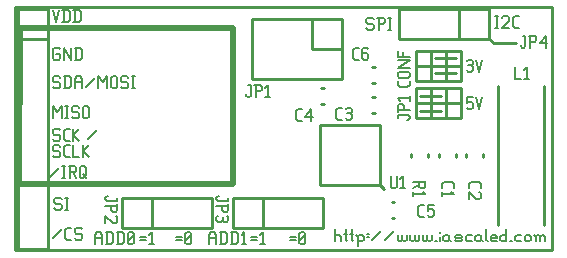
<source format=gbr>
G04 start of page 8 for group -4079 idx -4079 *
G04 Title: (unknown), topsilk *
G04 Creator: pcb 20110918 *
G04 CreationDate: Sun 25 Aug 2013 09:43:08 PM GMT UTC *
G04 For: ndholmes *
G04 Format: Gerber/RS-274X *
G04 PCB-Dimensions: 180000 82000 *
G04 PCB-Coordinate-Origin: lower left *
%MOIN*%
%FSLAX25Y25*%
%LNTOPSILK*%
%ADD55C,0.0200*%
%ADD54C,0.0080*%
%ADD53C,0.0100*%
G54D53*X158500Y71000D02*X160000Y69500D01*
X167500D01*
X500Y81500D02*Y500D01*
X179500D01*
Y81500D01*
X500D01*
G54D54*X119500Y78000D02*X120000Y77500D01*
X118000Y78000D02*X119500D01*
X117500Y77500D02*X118000Y78000D01*
X117500Y77500D02*Y76500D01*
X118000Y76000D01*
X119500D01*
X120000Y75500D01*
Y74500D01*
X119500Y74000D02*X120000Y74500D01*
X118000Y74000D02*X119500D01*
X117500Y74500D02*X118000Y74000D01*
X121700Y78000D02*Y74000D01*
X121200Y78000D02*X123200D01*
X123700Y77500D01*
Y76500D01*
X123200Y76000D02*X123700Y76500D01*
X121700Y76000D02*X123200D01*
X124900Y78000D02*X125900D01*
X125400D02*Y74000D01*
X124900D02*X125900D01*
X128000Y45500D02*Y44700D01*
Y45500D02*X131500D01*
X132000Y45000D02*X131500Y45500D01*
X132000Y45000D02*Y44500D01*
X131500Y44000D02*X132000Y44500D01*
X131000Y44000D02*X131500D01*
X128000Y47200D02*X132000D01*
X128000Y48700D02*Y46700D01*
Y48700D02*X128500Y49200D01*
X129500D01*
X130000Y48700D02*X129500Y49200D01*
X130000Y48700D02*Y47200D01*
X128800Y50400D02*X128000Y51200D01*
X132000D01*
Y51900D02*Y50400D01*
Y56900D02*Y55600D01*
X131300Y54900D02*X132000Y55600D01*
X128700Y54900D02*X131300D01*
X128700D02*X128000Y55600D01*
Y56900D02*Y55600D01*
X128500Y58100D02*X131500D01*
X128500D02*X128000Y58600D01*
Y59600D02*Y58600D01*
Y59600D02*X128500Y60100D01*
X131500D01*
X132000Y59600D02*X131500Y60100D01*
X132000Y59600D02*Y58600D01*
X131500Y58100D02*X132000Y58600D01*
X128000Y61300D02*X132000D01*
X128000D02*X132000Y63800D01*
X128000D02*X132000D01*
X128000Y65000D02*X132000D01*
X128000Y67000D02*Y65000D01*
X129800Y66500D02*Y65000D01*
X160500Y78500D02*X161500D01*
X161000D02*Y74500D01*
X160500D02*X161500D01*
X162700Y78000D02*X163200Y78500D01*
X164700D01*
X165200Y78000D01*
Y77000D01*
X162700Y74500D02*X165200Y77000D01*
X162700Y74500D02*X165200D01*
X167100D02*X168400D01*
X166400Y75200D02*X167100Y74500D01*
X166400Y77800D02*Y75200D01*
Y77800D02*X167100Y78500D01*
X168400D01*
X151000Y63500D02*X151500Y64000D01*
X152500D01*
X153000Y63500D01*
X152500Y60000D02*X153000Y60500D01*
X151500Y60000D02*X152500D01*
X151000Y60500D02*X151500Y60000D01*
Y62200D02*X152500D01*
X153000Y63500D02*Y62700D01*
Y61700D02*Y60500D01*
Y61700D02*X152500Y62200D01*
X153000Y62700D02*X152500Y62200D01*
X154200Y64000D02*X155200Y60000D01*
X156200Y64000D01*
X151000Y51500D02*X153000D01*
X151000D02*Y49500D01*
X151500Y50000D01*
X152500D01*
X153000Y49500D01*
Y48000D01*
X152500Y47500D02*X153000Y48000D01*
X151500Y47500D02*X152500D01*
X151000Y48000D02*X151500Y47500D01*
X154200Y51500D02*X155200Y47500D01*
X156200Y51500D01*
X54000Y5000D02*X56000D01*
X54000Y4000D02*X56000D01*
X57200Y3000D02*X57700Y2500D01*
X57200Y6000D02*Y3000D01*
Y6000D02*X57700Y6500D01*
X58700D01*
X59200Y6000D01*
Y3000D01*
X58700Y2500D02*X59200Y3000D01*
X57700Y2500D02*X58700D01*
X57200Y3500D02*X59200Y5500D01*
X79000Y5000D02*X81000D01*
X79000Y4000D02*X81000D01*
X82200Y5700D02*X83000Y6500D01*
Y2500D01*
X82200D02*X83700D01*
X92000Y5000D02*X94000D01*
X92000Y4000D02*X94000D01*
X95200Y3000D02*X95700Y2500D01*
X95200Y6000D02*Y3000D01*
Y6000D02*X95700Y6500D01*
X96700D01*
X97200Y6000D01*
Y3000D01*
X96700Y2500D02*X97200Y3000D01*
X95700Y2500D02*X96700D01*
X95200Y3500D02*X97200Y5500D01*
X65000D02*Y2500D01*
Y5500D02*X65700Y6500D01*
X66800D01*
X67500Y5500D01*
Y2500D01*
X65000Y4500D02*X67500D01*
X69200Y6500D02*Y2500D01*
X70500Y6500D02*X71200Y5800D01*
Y3200D01*
X70500Y2500D02*X71200Y3200D01*
X68700Y2500D02*X70500D01*
X68700Y6500D02*X70500D01*
X72900D02*Y2500D01*
X74200Y6500D02*X74900Y5800D01*
Y3200D01*
X74200Y2500D02*X74900Y3200D01*
X72400Y2500D02*X74200D01*
X72400Y6500D02*X74200D01*
X76100Y5700D02*X76900Y6500D01*
Y2500D01*
X76100D02*X77600D01*
X107000Y7500D02*Y3500D01*
Y5000D02*X107500Y5500D01*
X108500D01*
X109000Y5000D01*
Y3500D01*
X110700Y7500D02*Y4000D01*
X111200Y3500D01*
X110200Y6000D02*X111200D01*
X112700Y7500D02*Y4000D01*
X113200Y3500D01*
X112200Y6000D02*X113200D01*
X114700Y5000D02*Y2000D01*
X114200Y5500D02*X114700Y5000D01*
X115200Y5500D01*
X116200D01*
X116700Y5000D01*
Y4000D01*
X116200Y3500D02*X116700Y4000D01*
X115200Y3500D02*X116200D01*
X114700Y4000D02*X115200Y3500D01*
X117900Y6000D02*X118400D01*
X117900Y5000D02*X118400D01*
X119600Y4000D02*X122600Y7000D01*
X123800Y4000D02*X126800Y7000D01*
X128000Y5500D02*Y4000D01*
X128500Y3500D01*
X129000D01*
X129500Y4000D01*
Y5500D02*Y4000D01*
X130000Y3500D01*
X130500D01*
X131000Y4000D01*
Y5500D02*Y4000D01*
X132200Y5500D02*Y4000D01*
X132700Y3500D01*
X133200D01*
X133700Y4000D01*
Y5500D02*Y4000D01*
X134200Y3500D01*
X134700D01*
X135200Y4000D01*
Y5500D02*Y4000D01*
X136400Y5500D02*Y4000D01*
X136900Y3500D01*
X137400D01*
X137900Y4000D01*
Y5500D02*Y4000D01*
X138400Y3500D01*
X138900D01*
X139400Y4000D01*
Y5500D02*Y4000D01*
X140600Y3500D02*X141100D01*
X142300Y6500D02*Y6400D01*
Y5000D02*Y3500D01*
X144800Y5500D02*X145300Y5000D01*
X143800Y5500D02*X144800D01*
X143300Y5000D02*X143800Y5500D01*
X143300Y5000D02*Y4000D01*
X143800Y3500D01*
X145300Y5500D02*Y4000D01*
X145800Y3500D01*
X143800D02*X144800D01*
X145300Y4000D01*
X147500Y3500D02*X149000D01*
X149500Y4000D01*
X149000Y4500D02*X149500Y4000D01*
X147500Y4500D02*X149000D01*
X147000Y5000D02*X147500Y4500D01*
X147000Y5000D02*X147500Y5500D01*
X149000D01*
X149500Y5000D01*
X147000Y4000D02*X147500Y3500D01*
X151200Y5500D02*X152700D01*
X150700Y5000D02*X151200Y5500D01*
X150700Y5000D02*Y4000D01*
X151200Y3500D01*
X152700D01*
X155400Y5500D02*X155900Y5000D01*
X154400Y5500D02*X155400D01*
X153900Y5000D02*X154400Y5500D01*
X153900Y5000D02*Y4000D01*
X154400Y3500D01*
X155900Y5500D02*Y4000D01*
X156400Y3500D01*
X154400D02*X155400D01*
X155900Y4000D01*
X157600Y7500D02*Y4000D01*
X158100Y3500D01*
X159600D02*X161100D01*
X159100Y4000D02*X159600Y3500D01*
X159100Y5000D02*Y4000D01*
Y5000D02*X159600Y5500D01*
X160600D01*
X161100Y5000D01*
X159100Y4500D02*X161100D01*
Y5000D02*Y4500D01*
X164300Y7500D02*Y3500D01*
X163800D02*X164300Y4000D01*
X162800Y3500D02*X163800D01*
X162300Y4000D02*X162800Y3500D01*
X162300Y5000D02*Y4000D01*
Y5000D02*X162800Y5500D01*
X163800D01*
X164300Y5000D01*
X165500Y3500D02*X166000D01*
X167700Y5500D02*X169200D01*
X167200Y5000D02*X167700Y5500D01*
X167200Y5000D02*Y4000D01*
X167700Y3500D01*
X169200D01*
X170400Y5000D02*Y4000D01*
Y5000D02*X170900Y5500D01*
X171900D01*
X172400Y5000D01*
Y4000D01*
X171900Y3500D02*X172400Y4000D01*
X170900Y3500D02*X171900D01*
X170400Y4000D02*X170900Y3500D01*
X174100Y5000D02*Y3500D01*
Y5000D02*X174600Y5500D01*
X175100D01*
X175600Y5000D01*
Y3500D01*
Y5000D02*X176100Y5500D01*
X176600D01*
X177100Y5000D01*
Y3500D01*
X173600Y5500D02*X174100Y5000D01*
X13000Y48500D02*Y44500D01*
Y48500D02*X14500Y46500D01*
X16000Y48500D01*
Y44500D01*
X17200Y48500D02*X18200D01*
X17700D02*Y44500D01*
X17200D02*X18200D01*
X21400Y48500D02*X21900Y48000D01*
X19900Y48500D02*X21400D01*
X19400Y48000D02*X19900Y48500D01*
X19400Y48000D02*Y47000D01*
X19900Y46500D01*
X21400D01*
X21900Y46000D01*
Y45000D01*
X21400Y44500D02*X21900Y45000D01*
X19900Y44500D02*X21400D01*
X19400Y45000D02*X19900Y44500D01*
X23100Y48000D02*Y45000D01*
Y48000D02*X23600Y48500D01*
X24600D01*
X25100Y48000D01*
Y45000D01*
X24600Y44500D02*X25100Y45000D01*
X23600Y44500D02*X24600D01*
X23100Y45000D02*X23600Y44500D01*
X15000Y35500D02*X15500Y35000D01*
X13500Y35500D02*X15000D01*
X13000Y35000D02*X13500Y35500D01*
X13000Y35000D02*Y34000D01*
X13500Y33500D01*
X15000D01*
X15500Y33000D01*
Y32000D01*
X15000Y31500D02*X15500Y32000D01*
X13500Y31500D02*X15000D01*
X13000Y32000D02*X13500Y31500D01*
X17400D02*X18700D01*
X16700Y32200D02*X17400Y31500D01*
X16700Y34800D02*Y32200D01*
Y34800D02*X17400Y35500D01*
X18700D01*
X19900D02*Y31500D01*
X21900D01*
X23100Y35500D02*Y31500D01*
Y33500D02*X25100Y35500D01*
X23100Y33500D02*X25100Y31500D01*
X15000Y41000D02*X15500Y40500D01*
X13500Y41000D02*X15000D01*
X13000Y40500D02*X13500Y41000D01*
X13000Y40500D02*Y39500D01*
X13500Y39000D01*
X15000D01*
X15500Y38500D01*
Y37500D01*
X15000Y37000D02*X15500Y37500D01*
X13500Y37000D02*X15000D01*
X13000Y37500D02*X13500Y37000D01*
X17400D02*X18700D01*
X16700Y37700D02*X17400Y37000D01*
X16700Y40300D02*Y37700D01*
Y40300D02*X17400Y41000D01*
X18700D01*
X19900D02*Y37000D01*
Y39000D02*X21900Y41000D01*
X19900Y39000D02*X21900Y37000D01*
X24900Y37500D02*X27900Y40500D01*
X12000Y25000D02*X15000Y28000D01*
X16200Y28500D02*X17200D01*
X16700D02*Y24500D01*
X16200D02*X17200D01*
X18400Y28500D02*X20400D01*
X20900Y28000D01*
Y27000D01*
X20400Y26500D02*X20900Y27000D01*
X18900Y26500D02*X20400D01*
X18900Y28500D02*Y24500D01*
X19700Y26500D02*X20900Y24500D01*
X22100Y28000D02*Y25000D01*
Y28000D02*X22600Y28500D01*
X23600D01*
X24100Y28000D01*
Y25500D01*
X23100Y24500D02*X24100Y25500D01*
X22600Y24500D02*X23100D01*
X22100Y25000D02*X22600Y24500D01*
X23100Y26000D02*X24100Y24500D01*
X15000Y68000D02*X15500Y67500D01*
X13500Y68000D02*X15000D01*
X13000Y67500D02*X13500Y68000D01*
X13000Y67500D02*Y64500D01*
X13500Y64000D01*
X15000D01*
X15500Y64500D01*
Y65500D02*Y64500D01*
X15000Y66000D02*X15500Y65500D01*
X14000Y66000D02*X15000D01*
X16700Y68000D02*Y64000D01*
Y68000D02*X19200Y64000D01*
Y68000D02*Y64000D01*
X20900Y68000D02*Y64000D01*
X22200Y68000D02*X22900Y67300D01*
Y64700D01*
X22200Y64000D02*X22900Y64700D01*
X20400Y64000D02*X22200D01*
X20400Y68000D02*X22200D01*
X13000Y80500D02*X14000Y76500D01*
X15000Y80500D01*
X16700D02*Y76500D01*
X18000Y80500D02*X18700Y79800D01*
Y77200D01*
X18000Y76500D02*X18700Y77200D01*
X16200Y76500D02*X18000D01*
X16200Y80500D02*X18000D01*
X20400D02*Y76500D01*
X21700Y80500D02*X22400Y79800D01*
Y77200D01*
X21700Y76500D02*X22400Y77200D01*
X19900Y76500D02*X21700D01*
X19900Y80500D02*X21700D01*
X15000Y58500D02*X15500Y58000D01*
X13500Y58500D02*X15000D01*
X13000Y58000D02*X13500Y58500D01*
X13000Y58000D02*Y57000D01*
X13500Y56500D01*
X15000D01*
X15500Y56000D01*
Y55000D01*
X15000Y54500D02*X15500Y55000D01*
X13500Y54500D02*X15000D01*
X13000Y55000D02*X13500Y54500D01*
X17200Y58500D02*Y54500D01*
X18500Y58500D02*X19200Y57800D01*
Y55200D01*
X18500Y54500D02*X19200Y55200D01*
X16700Y54500D02*X18500D01*
X16700Y58500D02*X18500D01*
X20400Y57500D02*Y54500D01*
Y57500D02*X21100Y58500D01*
X22200D01*
X22900Y57500D01*
Y54500D01*
X20400Y56500D02*X22900D01*
X24100Y55000D02*X27100Y58000D01*
X28300Y58500D02*Y54500D01*
Y58500D02*X29800Y56500D01*
X31300Y58500D01*
Y54500D01*
X32500Y58000D02*Y55000D01*
Y58000D02*X33000Y58500D01*
X34000D01*
X34500Y58000D01*
Y55000D01*
X34000Y54500D02*X34500Y55000D01*
X33000Y54500D02*X34000D01*
X32500Y55000D02*X33000Y54500D01*
X37700Y58500D02*X38200Y58000D01*
X36200Y58500D02*X37700D01*
X35700Y58000D02*X36200Y58500D01*
X35700Y58000D02*Y57000D01*
X36200Y56500D01*
X37700D01*
X38200Y56000D01*
Y55000D01*
X37700Y54500D02*X38200Y55000D01*
X36200Y54500D02*X37700D01*
X35700Y55000D02*X36200Y54500D01*
X39400Y58500D02*X40400D01*
X39900D02*Y54500D01*
X39400D02*X40400D01*
X13000Y4500D02*X16000Y7500D01*
X17900Y4000D02*X19200D01*
X17200Y4700D02*X17900Y4000D01*
X17200Y7300D02*Y4700D01*
Y7300D02*X17900Y8000D01*
X19200D01*
X22400D02*X22900Y7500D01*
X20900Y8000D02*X22400D01*
X20400Y7500D02*X20900Y8000D01*
X20400Y7500D02*Y6500D01*
X20900Y6000D01*
X22400D01*
X22900Y5500D01*
Y4500D01*
X22400Y4000D02*X22900Y4500D01*
X20900Y4000D02*X22400D01*
X20400Y4500D02*X20900Y4000D01*
X42000Y5000D02*X44000D01*
X42000Y4000D02*X44000D01*
X45200Y5700D02*X46000Y6500D01*
Y2500D01*
X45200D02*X46700D01*
X27000Y5500D02*Y2500D01*
Y5500D02*X27700Y6500D01*
X28800D01*
X29500Y5500D01*
Y2500D01*
X27000Y4500D02*X29500D01*
X31200Y6500D02*Y2500D01*
X32500Y6500D02*X33200Y5800D01*
Y3200D01*
X32500Y2500D02*X33200Y3200D01*
X30700Y2500D02*X32500D01*
X30700Y6500D02*X32500D01*
X34900D02*Y2500D01*
X36200Y6500D02*X36900Y5800D01*
Y3200D01*
X36200Y2500D02*X36900Y3200D01*
X34400Y2500D02*X36200D01*
X34400Y6500D02*X36200D01*
X38100Y3000D02*X38600Y2500D01*
X38100Y6000D02*Y3000D01*
Y6000D02*X38600Y6500D01*
X39600D01*
X40100Y6000D01*
Y3000D01*
X39600Y2500D02*X40100Y3000D01*
X38600Y2500D02*X39600D01*
X38100Y3500D02*X40100Y5500D01*
X15500Y18000D02*X16000Y17500D01*
X14000Y18000D02*X15500D01*
X13500Y17500D02*X14000Y18000D01*
X13500Y17500D02*Y16500D01*
X14000Y16000D01*
X15500D01*
X16000Y15500D01*
Y14500D01*
X15500Y14000D02*X16000Y14500D01*
X14000Y14000D02*X15500D01*
X13500Y14500D02*X14000Y14000D01*
X17200Y18000D02*X18200D01*
X17700D02*Y14000D01*
X17200D02*X18200D01*
G54D53*X119607Y56245D02*X120393D01*
X119607Y61755D02*X120393D01*
X102250Y42162D02*Y22162D01*
X122250D01*
Y42162D02*Y22162D01*
X102250Y42162D02*X122250D01*
Y22162D02*X123608Y20804D01*
X119607Y46245D02*X120393D01*
X119607Y51755D02*X120393D01*
X102607Y49245D02*X103393D01*
X102607Y54755D02*X103393D01*
X126150Y11245D02*X126936D01*
X126150Y16755D02*X126936D01*
X73000Y8000D02*X103000D01*
Y18000D02*Y8000D01*
X73000Y18000D02*X103000D01*
X73000D02*Y8000D01*
X83000Y18000D02*Y8000D01*
X73000Y18000D02*X83000D01*
X79500Y77500D02*X109500D01*
X79500D02*Y57500D01*
X109500D01*
Y77500D02*Y57500D01*
X99500Y77500D02*Y67500D01*
X109500D01*
X128500Y81000D02*X158500D01*
X128500D02*Y71000D01*
X158500D01*
Y81000D02*Y71000D01*
X148500Y81000D02*Y71000D01*
X158500D01*
X138005Y32555D02*Y31769D01*
X132495Y32555D02*Y31769D01*
X147505Y32555D02*Y31769D01*
X141995Y32555D02*Y31769D01*
X156505Y32555D02*Y31769D01*
X150995Y32555D02*Y31769D01*
X134000Y67000D02*X149000D01*
X134000Y62000D02*X149000D01*
X134000Y57000D02*X149000D01*
X134000Y67000D02*Y57000D01*
X139000Y67000D02*Y57000D01*
X144000Y67000D02*Y57000D01*
X149000Y67000D02*Y57000D01*
X140500Y59500D02*X147500D01*
X140500Y64500D02*X147500D01*
X134000Y44500D02*X149000D01*
Y49500D02*X134000D01*
Y54500D02*X149000D01*
Y44500D01*
X144000Y54500D02*Y44500D01*
X139000Y54500D02*Y44500D01*
X134000Y54500D02*Y44500D01*
X135500Y52000D02*X142500D01*
X135500Y47000D02*X142500D01*
X176950Y55262D02*Y9062D01*
X161550Y55262D02*Y9062D01*
X1500Y81000D02*Y1000D01*
X11500D01*
Y81000D02*Y1000D01*
X1500Y81000D02*X11500D01*
X1500Y71000D02*X11500D01*
Y81000D02*Y71000D01*
G54D55*X2000Y22500D02*X73300D01*
X2000Y74500D02*X73300D01*
Y22500D01*
X2000Y74500D02*X1980Y22500D01*
G54D53*X36000Y8000D02*X66000D01*
Y18000D02*Y8000D01*
X36000Y18000D02*X66000D01*
X36000D02*Y8000D01*
X46000Y18000D02*Y8000D01*
X36000Y18000D02*X46000D01*
G54D54*X113700Y64000D02*X115000D01*
X113000Y64700D02*X113700Y64000D01*
X113000Y67300D02*Y64700D01*
Y67300D02*X113700Y68000D01*
X115000D01*
X117700D02*X118200Y67500D01*
X116700Y68000D02*X117700D01*
X116200Y67500D02*X116700Y68000D01*
X116200Y67500D02*Y64500D01*
X116700Y64000D01*
X117700Y66200D02*X118200Y65700D01*
X116200Y66200D02*X117700D01*
X116700Y64000D02*X117700D01*
X118200Y64500D01*
Y65700D02*Y64500D01*
X108200Y44000D02*X109500D01*
X107500Y44700D02*X108200Y44000D01*
X107500Y47300D02*Y44700D01*
Y47300D02*X108200Y48000D01*
X109500D01*
X110700Y47500D02*X111200Y48000D01*
X112200D01*
X112700Y47500D01*
X112200Y44000D02*X112700Y44500D01*
X111200Y44000D02*X112200D01*
X110700Y44500D02*X111200Y44000D01*
Y46200D02*X112200D01*
X112700Y47500D02*Y46700D01*
Y45700D02*Y44500D01*
Y45700D02*X112200Y46200D01*
X112700Y46700D02*X112200Y46200D01*
X94700Y43500D02*X96000D01*
X94000Y44200D02*X94700Y43500D01*
X94000Y46800D02*Y44200D01*
Y46800D02*X94700Y47500D01*
X96000D01*
X97200Y45000D02*X99200Y47500D01*
X97200Y45000D02*X99700D01*
X99200Y47500D02*Y43500D01*
X135593Y11650D02*X136893D01*
X134893Y12350D02*X135593Y11650D01*
X134893Y14950D02*Y12350D01*
Y14950D02*X135593Y15650D01*
X136893D01*
X138093D02*X140093D01*
X138093D02*Y13650D01*
X138593Y14150D01*
X139593D01*
X140093Y13650D01*
Y12150D01*
X139593Y11650D02*X140093Y12150D01*
X138593Y11650D02*X139593D01*
X138093Y12150D02*X138593Y11650D01*
X125750Y25162D02*Y21662D01*
X126250Y21162D01*
X127250D01*
X127750Y21662D01*
Y25162D02*Y21662D01*
X128950Y24362D02*X129750Y25162D01*
Y21162D01*
X128950D02*X130450D01*
X137250Y23662D02*Y21662D01*
X136750Y21162D01*
X135750D02*X136750D01*
X135250Y21662D02*X135750Y21162D01*
X135250Y23162D02*Y21662D01*
X133250Y23162D02*X137250D01*
X135250Y22362D02*X133250Y21162D01*
X136450Y19962D02*X137250Y19162D01*
X133250D02*X137250D01*
X133250Y19962D02*Y18462D01*
X142750Y22462D02*Y21162D01*
X143450Y23162D02*X142750Y22462D01*
X143450Y23162D02*X146050D01*
X146750Y22462D01*
Y21162D01*
X145950Y19962D02*X146750Y19162D01*
X142750D02*X146750D01*
X142750Y19962D02*Y18462D01*
X151750Y22462D02*Y21162D01*
X152450Y23162D02*X151750Y22462D01*
X152450Y23162D02*X155050D01*
X155750Y22462D01*
Y21162D01*
X155250Y19962D02*X155750Y19462D01*
Y17962D01*
X155250Y17462D01*
X154250D02*X155250D01*
X151750Y19962D02*X154250Y17462D01*
X151750Y19962D02*Y17462D01*
X169700Y72000D02*X170500D01*
Y68500D01*
X170000Y68000D02*X170500Y68500D01*
X169500Y68000D02*X170000D01*
X169000Y68500D02*X169500Y68000D01*
X169000Y69000D02*Y68500D01*
X172200Y72000D02*Y68000D01*
X171700Y72000D02*X173700D01*
X174200Y71500D01*
Y70500D01*
X173700Y70000D02*X174200Y70500D01*
X172200Y70000D02*X173700D01*
X175400Y69500D02*X177400Y72000D01*
X175400Y69500D02*X177900D01*
X177400Y72000D02*Y68000D01*
X167000Y61500D02*Y57500D01*
X169000D01*
X170200Y60700D02*X171000Y61500D01*
Y57500D01*
X170200D02*X171700D01*
X78200Y55500D02*X79000D01*
Y52000D01*
X78500Y51500D02*X79000Y52000D01*
X78000Y51500D02*X78500D01*
X77500Y52000D02*X78000Y51500D01*
X77500Y52500D02*Y52000D01*
X80700Y55500D02*Y51500D01*
X80200Y55500D02*X82200D01*
X82700Y55000D01*
Y54000D01*
X82200Y53500D02*X82700Y54000D01*
X80700Y53500D02*X82200D01*
X83900Y54700D02*X84700Y55500D01*
Y51500D01*
X83900D02*X85400D01*
X34500Y17800D02*Y17000D01*
X31000D02*X34500D01*
X30500Y17500D02*X31000Y17000D01*
X30500Y18000D02*Y17500D01*
X31000Y18500D02*X30500Y18000D01*
X31000Y18500D02*X31500D01*
X30500Y15300D02*X34500D01*
Y15800D02*Y13800D01*
X34000Y13300D01*
X33000D02*X34000D01*
X32500Y13800D02*X33000Y13300D01*
X32500Y15300D02*Y13800D01*
X34000Y12100D02*X34500Y11600D01*
Y10100D01*
X34000Y9600D01*
X33000D02*X34000D01*
X30500Y12100D02*X33000Y9600D01*
X30500Y12100D02*Y9600D01*
X71500Y17800D02*Y17000D01*
X68000D02*X71500D01*
X67500Y17500D02*X68000Y17000D01*
X67500Y18000D02*Y17500D01*
X68000Y18500D02*X67500Y18000D01*
X68000Y18500D02*X68500D01*
X67500Y15300D02*X71500D01*
Y15800D02*Y13800D01*
X71000Y13300D01*
X70000D02*X71000D01*
X69500Y13800D02*X70000Y13300D01*
X69500Y15300D02*Y13800D01*
X71000Y12100D02*X71500Y11600D01*
Y10600D01*
X71000Y10100D01*
X67500Y10600D02*X68000Y10100D01*
X67500Y11600D02*Y10600D01*
X68000Y12100D02*X67500Y11600D01*
X69700D02*Y10600D01*
X70200Y10100D02*X71000D01*
X68000D02*X69200D01*
X69700Y10600D01*
X70200Y10100D02*X69700Y10600D01*
M02*

</source>
